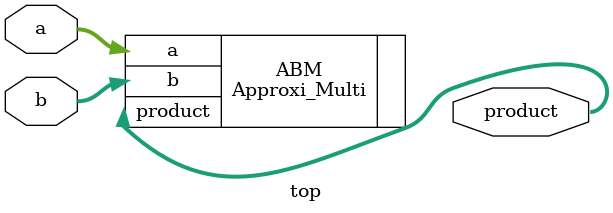
<source format=v>
`timescale 1ns / 1ps
module top(
    input wire [15:0] a,
    input wire [15:0] b,
    
    output wire [31:0] product
    );

Approxi_Multi #(.approximate_bit(10'd18)) ABM(
// the corresponding configuration is modified here. 
// For example, if FABM (f=18), then "approximate_bit = 10'd18".
    .a(a),
    .b(b),
    
    .product(product)
    );
endmodule
</source>
